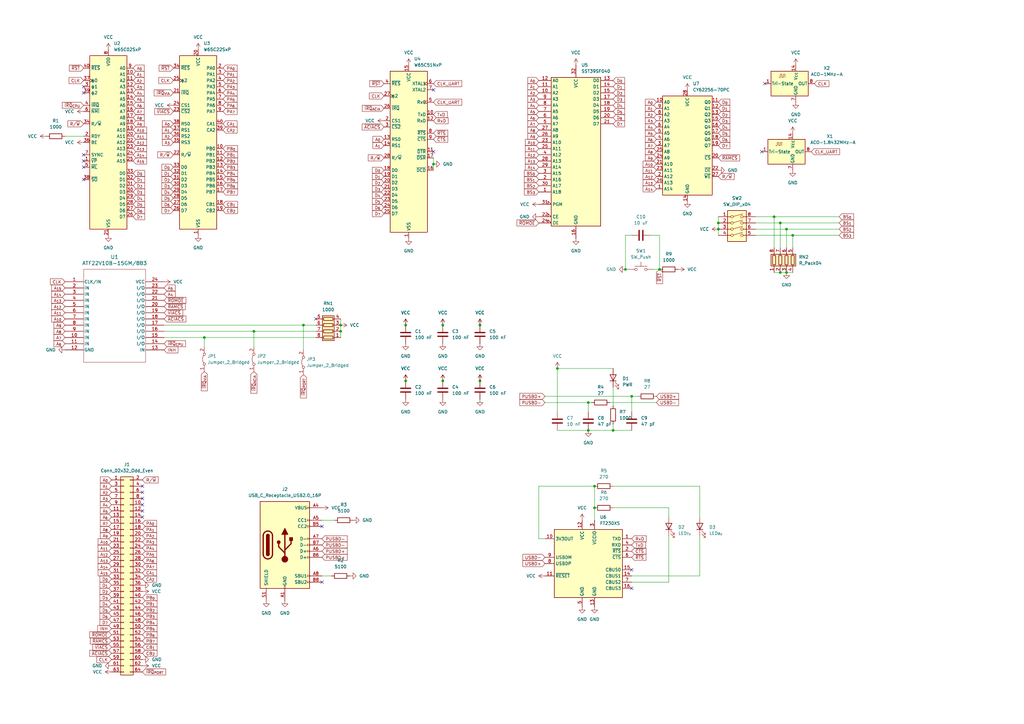
<source format=kicad_sch>
(kicad_sch (version 20230121) (generator eeschema)
  (paper "A3")
  (junction (at 104.14 135.89))
  (junction (at 320.04 111.76))
  (junction (at 139.7 133.35))
  (junction (at 241.3 165.1))
  (junction (at 294.64 91.44))
  (junction (at 317.5 88.9))
  (junction (at 251.46 176.53))
  (junction (at 196.85 156.21))
  (junction (at 196.85 133.35))
  (junction (at 228.6 151.13))
  (junction (at 294.64 93.98))
  (junction (at 177.8 67.31))
  (junction (at 322.58 93.98))
  (junction (at 124.46 133.35))
  (junction (at 320.04 91.44))
  (junction (at 139.7 135.89))
  (junction (at 270.51 110.49))
  (junction (at 241.3 176.53))
  (junction (at 322.58 111.76))
  (junction (at 243.84 208.28))
  (junction (at 166.37 156.21))
  (junction (at 181.61 156.21))
  (junction (at 83.82 138.43))
  (junction (at 256.54 110.49))
  (junction (at 243.84 199.39))
  (junction (at 166.37 133.35))
  (junction (at 259.08 162.56))
  (junction (at 325.12 96.52))
  (junction (at 181.61 133.35))
  (no_connect (at 58.42 212.09))
  (no_connect (at 129.54 130.81))
  (no_connect (at 132.08 238.76))
  (no_connect (at 34.29 68.58))
  (no_connect (at 259.08 233.68))
  (no_connect (at 259.08 241.3))
  (no_connect (at 58.42 204.47))
  (no_connect (at 177.8 62.23))
  (no_connect (at 313.69 34.29))
  (no_connect (at 58.42 199.39))
  (no_connect (at 34.29 35.56))
  (no_connect (at 58.42 207.01))
  (no_connect (at 312.42 62.23))
  (no_connect (at 58.42 209.55))
  (no_connect (at 177.8 36.83))
  (no_connect (at 58.42 201.93))
  (no_connect (at 34.29 73.66))
  (no_connect (at 34.29 38.1))
  (no_connect (at 34.29 63.5))
  (no_connect (at 132.08 215.9))
  (no_connect (at 34.29 66.04))
  (wire (pts (xy 322.58 93.98) (xy 344.17 93.98)))
  (wire (pts (xy 287.02 236.22) (xy 259.08 236.22)))
  (wire (pts (xy 294.64 93.98) (xy 294.64 96.52)))
  (wire (pts (xy 256.54 110.49) (xy 256.54 96.52)))
  (wire (pts (xy 317.5 111.76) (xy 320.04 111.76)))
  (wire (pts (xy 104.14 135.89) (xy 129.54 135.89)))
  (wire (pts (xy 228.6 176.53) (xy 241.3 176.53)))
  (wire (pts (xy 274.32 212.09) (xy 274.32 208.28)))
  (wire (pts (xy 322.58 93.98) (xy 322.58 101.6)))
  (wire (pts (xy 223.52 162.56) (xy 259.08 162.56)))
  (wire (pts (xy 259.08 162.56) (xy 259.08 168.91)))
  (wire (pts (xy 220.98 199.39) (xy 220.98 220.98)))
  (wire (pts (xy 259.08 162.56) (xy 261.62 162.56)))
  (wire (pts (xy 274.32 219.71) (xy 274.32 238.76)))
  (wire (pts (xy 317.5 88.9) (xy 344.17 88.9)))
  (wire (pts (xy 251.46 176.53) (xy 259.08 176.53)))
  (wire (pts (xy 257.81 110.49) (xy 256.54 110.49)))
  (wire (pts (xy 241.3 165.1) (xy 242.57 165.1)))
  (wire (pts (xy 243.84 208.28) (xy 243.84 199.39)))
  (wire (pts (xy 320.04 91.44) (xy 344.17 91.44)))
  (wire (pts (xy 67.31 133.35) (xy 124.46 133.35)))
  (wire (pts (xy 67.31 138.43) (xy 83.82 138.43)))
  (wire (pts (xy 124.46 133.35) (xy 124.46 143.51)))
  (wire (pts (xy 317.5 88.9) (xy 317.5 101.6)))
  (wire (pts (xy 270.51 96.52) (xy 270.51 110.49)))
  (wire (pts (xy 67.31 135.89) (xy 104.14 135.89)))
  (wire (pts (xy 294.64 91.44) (xy 294.64 93.98)))
  (wire (pts (xy 228.6 151.13) (xy 228.6 168.91)))
  (wire (pts (xy 124.46 133.35) (xy 129.54 133.35)))
  (wire (pts (xy 294.64 88.9) (xy 294.64 91.44)))
  (wire (pts (xy 139.7 135.89) (xy 139.7 138.43)))
  (wire (pts (xy 320.04 91.44) (xy 320.04 101.6)))
  (wire (pts (xy 241.3 165.1) (xy 241.3 168.91)))
  (wire (pts (xy 251.46 199.39) (xy 287.02 199.39)))
  (wire (pts (xy 251.46 173.99) (xy 251.46 176.53)))
  (wire (pts (xy 256.54 96.52) (xy 259.08 96.52)))
  (wire (pts (xy 309.88 88.9) (xy 317.5 88.9)))
  (wire (pts (xy 266.7 96.52) (xy 270.51 96.52)))
  (wire (pts (xy 309.88 96.52) (xy 325.12 96.52)))
  (wire (pts (xy 26.67 55.88) (xy 34.29 55.88)))
  (wire (pts (xy 228.6 151.13) (xy 251.46 151.13)))
  (wire (pts (xy 274.32 238.76) (xy 259.08 238.76)))
  (wire (pts (xy 287.02 199.39) (xy 287.02 212.09)))
  (wire (pts (xy 83.82 138.43) (xy 83.82 142.24)))
  (wire (pts (xy 139.7 133.35) (xy 139.7 135.89)))
  (wire (pts (xy 325.12 96.52) (xy 344.17 96.52)))
  (wire (pts (xy 241.3 176.53) (xy 251.46 176.53)))
  (wire (pts (xy 139.7 130.81) (xy 139.7 133.35)))
  (wire (pts (xy 250.19 165.1) (xy 269.24 165.1)))
  (wire (pts (xy 104.14 135.89) (xy 104.14 142.24)))
  (wire (pts (xy 243.84 213.36) (xy 243.84 208.28)))
  (wire (pts (xy 325.12 96.52) (xy 325.12 101.6)))
  (wire (pts (xy 287.02 219.71) (xy 287.02 236.22)))
  (wire (pts (xy 270.51 110.49) (xy 267.97 110.49)))
  (wire (pts (xy 132.08 236.22) (xy 135.89 236.22)))
  (wire (pts (xy 243.84 199.39) (xy 220.98 199.39)))
  (wire (pts (xy 220.98 220.98) (xy 223.52 220.98)))
  (wire (pts (xy 274.32 208.28) (xy 251.46 208.28)))
  (wire (pts (xy 251.46 158.75) (xy 251.46 166.37)))
  (wire (pts (xy 322.58 111.76) (xy 325.12 111.76)))
  (wire (pts (xy 320.04 111.76) (xy 322.58 111.76)))
  (wire (pts (xy 309.88 91.44) (xy 320.04 91.44)))
  (wire (pts (xy 83.82 138.43) (xy 129.54 138.43)))
  (wire (pts (xy 177.8 67.31) (xy 177.8 69.85)))
  (wire (pts (xy 223.52 165.1) (xy 241.3 165.1)))
  (wire (pts (xy 132.08 213.36) (xy 137.16 213.36)))
  (wire (pts (xy 177.8 64.77) (xy 177.8 67.31)))
  (wire (pts (xy 309.88 93.98) (xy 322.58 93.98)))
  (global_label "CLK" (shape input) (at 334.01 34.29 0) (property "Intersheetrefs" "${INTERSHEET_REFS}" (effects hide)))
  (global_label "D_{1}" (shape input) (at 157.48 72.39 180) (property "Intersheetrefs" "${INTERSHEET_REFS}" (effects hide)))
  (global_label "PA_{6}" (shape input) (at 91.44 43.18 0) (property "Intersheetrefs" "${INTERSHEET_REFS}" (effects hide)))
  (global_label "CB_{2}" (shape input) (at 91.44 86.36 0) (property "Intersheetrefs" "${INTERSHEET_REFS}" (effects hide)))
  (global_label "A_{13}" (shape input) (at 54.61 60.96 0) (property "Intersheetrefs" "${INTERSHEET_REFS}" (effects hide)))
  (global_label "D_{7}" (shape input) (at 157.48 87.63 180) (property "Intersheetrefs" "${INTERSHEET_REFS}" (effects hide)))
  (global_label "A_{13}" (shape input) (at 26.67 123.19 180) (property "Intersheetrefs" "${INTERSHEET_REFS}" (effects hide)))
  (global_label "A_{1}" (shape input) (at 54.61 30.48 0) (property "Intersheetrefs" "${INTERSHEET_REFS}" (effects hide)))
  (global_label "A_{4}" (shape input) (at 269.24 52.07 180) (property "Intersheetrefs" "${INTERSHEET_REFS}" (effects hide)))
  (global_label "A_{13}" (shape input) (at 220.98 66.04 180) (property "Intersheetrefs" "${INTERSHEET_REFS}" (effects hide)))
  (global_label "PA_{7}" (shape input) (at 58.42 232.41 0) (property "Intersheetrefs" "${INTERSHEET_REFS}" (effects hide)))
  (global_label "A_{11}" (shape input) (at 220.98 60.96 180) (property "Intersheetrefs" "${INTERSHEET_REFS}" (effects hide)))
  (global_label "D_{2}" (shape input) (at 45.72 242.57 180) (property "Intersheetrefs" "${INTERSHEET_REFS}" (effects hide)))
  (global_label "PB_{0}" (shape input) (at 91.44 60.96 0) (property "Intersheetrefs" "${INTERSHEET_REFS}" (effects hide)))
  (global_label "PB_{7}" (shape input) (at 91.44 78.74 0) (property "Intersheetrefs" "${INTERSHEET_REFS}" (effects hide)))
  (global_label "D_{7}" (shape input) (at 54.61 88.9 0) (property "Intersheetrefs" "${INTERSHEET_REFS}" (effects hide)))
  (global_label "A_{1}" (shape input) (at 269.24 44.45 180) (property "Intersheetrefs" "${INTERSHEET_REFS}" (effects hide)))
  (global_label "PA_{6}" (shape input) (at 58.42 229.87 0) (property "Intersheetrefs" "${INTERSHEET_REFS}" (effects hide)))
  (global_label "A_{5}" (shape input) (at 269.24 54.61 180) (property "Intersheetrefs" "${INTERSHEET_REFS}" (effects hide)))
  (global_label "~{RST}" (shape input) (at 270.51 110.49 270) (property "Intersheetrefs" "${INTERSHEET_REFS}" (effects hide)))
  (global_label "PUSBD+" (shape input) (at 223.52 162.56 180) (property "Intersheetrefs" "${INTERSHEET_REFS}" (effects hide)))
  (global_label "A_{1}" (shape input) (at 45.72 199.39 180) (property "Intersheetrefs" "${INTERSHEET_REFS}" (effects hide)))
  (global_label "D_{6}" (shape input) (at 251.46 48.26 0) (property "Intersheetrefs" "${INTERSHEET_REFS}" (effects hide)))
  (global_label "A_{11}" (shape input) (at 45.72 224.79 180) (property "Intersheetrefs" "${INTERSHEET_REFS}" (effects hide)))
  (global_label "PB_{0}" (shape input) (at 58.42 245.11 0) (property "Intersheetrefs" "${INTERSHEET_REFS}" (effects hide)))
  (global_label "D_{3}" (shape input) (at 71.12 76.2 180) (property "Intersheetrefs" "${INTERSHEET_REFS}" (effects hide)))
  (global_label "~{RAMCS}" (shape input) (at 67.31 125.73 0) (property "Intersheetrefs" "${INTERSHEET_REFS}" (effects hide)))
  (global_label "D_{0}" (shape input) (at 45.72 237.49 180) (property "Intersheetrefs" "${INTERSHEET_REFS}" (effects hide)))
  (global_label "A_{7}" (shape input) (at 54.61 45.72 0) (property "Intersheetrefs" "${INTERSHEET_REFS}" (effects hide)))
  (global_label "CLK" (shape input) (at 26.67 115.57 180) (property "Intersheetrefs" "${INTERSHEET_REFS}" (effects hide)))
  (global_label "D_{0}" (shape input) (at 251.46 33.02 0) (property "Intersheetrefs" "${INTERSHEET_REFS}" (effects hide)))
  (global_label "A_{15}" (shape input) (at 45.72 234.95 180) (property "Intersheetrefs" "${INTERSHEET_REFS}" (effects hide)))
  (global_label "CA_{1}" (shape input) (at 58.42 234.95 0) (property "Intersheetrefs" "${INTERSHEET_REFS}" (effects hide)))
  (global_label "D_{3}" (shape input) (at 45.72 245.11 180) (property "Intersheetrefs" "${INTERSHEET_REFS}" (effects hide)))
  (global_label "D_{5}" (shape input) (at 45.72 250.19 180) (property "Intersheetrefs" "${INTERSHEET_REFS}" (effects hide)))
  (global_label "D_{2}" (shape input) (at 251.46 38.1 0) (property "Intersheetrefs" "${INTERSHEET_REFS}" (effects hide)))
  (global_label "R{slash}~{W}" (shape input) (at 58.42 196.85 0) (property "Intersheetrefs" "${INTERSHEET_REFS}" (effects hide)))
  (global_label "A_{14}" (shape input) (at 220.98 68.58 180) (property "Intersheetrefs" "${INTERSHEET_REFS}" (effects hide)))
  (global_label "~{ROMOE}" (shape input) (at 67.31 123.19 0) (property "Intersheetrefs" "${INTERSHEET_REFS}" (effects hide)))
  (global_label "A_{14}" (shape input) (at 269.24 77.47 180) (property "Intersheetrefs" "${INTERSHEET_REFS}" (effects hide)))
  (global_label "D_{5}" (shape input) (at 157.48 82.55 180) (property "Intersheetrefs" "${INTERSHEET_REFS}" (effects hide)))
  (global_label "CA_{2}" (shape input) (at 91.44 53.34 0) (property "Intersheetrefs" "${INTERSHEET_REFS}" (effects hide)))
  (global_label "~{IRQ}_{PORT}" (shape input) (at 58.42 275.59 0) (property "Intersheetrefs" "${INTERSHEET_REFS}" (effects hide)))
  (global_label "D_{3}" (shape input) (at 157.48 77.47 180) (property "Intersheetrefs" "${INTERSHEET_REFS}" (effects hide)))
  (global_label "~{RST}" (shape input) (at 71.12 27.94 180) (property "Intersheetrefs" "${INTERSHEET_REFS}" (effects hide)))
  (global_label "A_{6}" (shape input) (at 26.67 140.97 180) (property "Intersheetrefs" "${INTERSHEET_REFS}" (effects hide)))
  (global_label "A_{5}" (shape input) (at 54.61 40.64 0) (property "Intersheetrefs" "${INTERSHEET_REFS}" (effects hide)))
  (global_label "D_{3}" (shape input) (at 251.46 40.64 0) (property "Intersheetrefs" "${INTERSHEET_REFS}" (effects hide)))
  (global_label "A_{9}" (shape input) (at 26.67 133.35 180) (property "Intersheetrefs" "${INTERSHEET_REFS}" (effects hide)))
  (global_label "~{IRQ}_{ACIA}" (shape input) (at 104.14 152.4 270) (property "Intersheetrefs" "${INTERSHEET_REFS}" (effects hide)))
  (global_label "~{VIACS}" (shape input) (at 67.31 128.27 0) (property "Intersheetrefs" "${INTERSHEET_REFS}" (effects hide)))
  (global_label "PB_{1}" (shape input) (at 91.44 63.5 0) (property "Intersheetrefs" "${INTERSHEET_REFS}" (effects hide)))
  (global_label "~{IRQ}_{CPU}" (shape input) (at 67.31 140.97 0) (property "Intersheetrefs" "${INTERSHEET_REFS}" (effects hide)))
  (global_label "A_{12}" (shape input) (at 269.24 72.39 180) (property "Intersheetrefs" "${INTERSHEET_REFS}" (effects hide)))
  (global_label "~{VIACS}" (shape input) (at 45.72 265.43 180) (property "Intersheetrefs" "${INTERSHEET_REFS}" (effects hide)))
  (global_label "~{RTS}" (shape input) (at 177.8 54.61 0) (property "Intersheetrefs" "${INTERSHEET_REFS}" (effects hide)))
  (global_label "PA_{7}" (shape input) (at 91.44 45.72 0) (property "Intersheetrefs" "${INTERSHEET_REFS}" (effects hide)))
  (global_label "D_{0}" (shape input) (at 157.48 69.85 180) (property "Intersheetrefs" "${INTERSHEET_REFS}" (effects hide)))
  (global_label "BS_{0}" (shape input) (at 220.98 71.12 180) (property "Intersheetrefs" "${INTERSHEET_REFS}" (effects hide)))
  (global_label "D_{4}" (shape input) (at 54.61 81.28 0) (property "Intersheetrefs" "${INTERSHEET_REFS}" (effects hide)))
  (global_label "D_{1}" (shape input) (at 294.64 44.45 0) (property "Intersheetrefs" "${INTERSHEET_REFS}" (effects hide)))
  (global_label "INH" (shape input) (at 45.72 257.81 180) (property "Intersheetrefs" "${INTERSHEET_REFS}" (effects hide)))
  (global_label "PA_{4}" (shape input) (at 91.44 38.1 0) (property "Intersheetrefs" "${INTERSHEET_REFS}" (effects hide)))
  (global_label "A_{6}" (shape input) (at 269.24 57.15 180) (property "Intersheetrefs" "${INTERSHEET_REFS}" (effects hide)))
  (global_label "USBD+" (shape input) (at 223.52 231.14 180) (property "Intersheetrefs" "${INTERSHEET_REFS}" (effects hide)))
  (global_label "TxD" (shape input) (at 259.08 223.52 0) (property "Intersheetrefs" "${INTERSHEET_REFS}" (effects hide)))
  (global_label "A_{5}" (shape input) (at 67.31 118.11 0) (property "Intersheetrefs" "${INTERSHEET_REFS}" (effects hide)))
  (global_label "~{IRQ}_{VIA}" (shape input) (at 83.82 152.4 270) (property "Intersheetrefs" "${INTERSHEET_REFS}" (effects hide)))
  (global_label "PB_{4}" (shape input) (at 91.44 71.12 0) (property "Intersheetrefs" "${INTERSHEET_REFS}" (effects hide)))
  (global_label "CB_{1}" (shape input) (at 91.44 83.82 0) (property "Intersheetrefs" "${INTERSHEET_REFS}" (effects hide)))
  (global_label "A_{3}" (shape input) (at 269.24 49.53 180) (property "Intersheetrefs" "${INTERSHEET_REFS}" (effects hide)))
  (global_label "A_{3}" (shape input) (at 45.72 204.47 180) (property "Intersheetrefs" "${INTERSHEET_REFS}" (effects hide)))
  (global_label "D_{5}" (shape input) (at 294.64 54.61 0) (property "Intersheetrefs" "${INTERSHEET_REFS}" (effects hide)))
  (global_label "A_{7}" (shape input) (at 220.98 50.8 180) (property "Intersheetrefs" "${INTERSHEET_REFS}" (effects hide)))
  (global_label "D_{6}" (shape input) (at 45.72 252.73 180) (property "Intersheetrefs" "${INTERSHEET_REFS}" (effects hide)))
  (global_label "PA_{0}" (shape input) (at 58.42 214.63 0) (property "Intersheetrefs" "${INTERSHEET_REFS}" (effects hide)))
  (global_label "A_{7}" (shape input) (at 26.67 138.43 180) (property "Intersheetrefs" "${INTERSHEET_REFS}" (effects hide)))
  (global_label "PB_{5}" (shape input) (at 91.44 73.66 0) (property "Intersheetrefs" "${INTERSHEET_REFS}" (effects hide)))
  (global_label "A_{4}" (shape input) (at 54.61 38.1 0) (property "Intersheetrefs" "${INTERSHEET_REFS}" (effects hide)))
  (global_label "A_{6}" (shape input) (at 220.98 48.26 180) (property "Intersheetrefs" "${INTERSHEET_REFS}" (effects hide)))
  (global_label "RxD" (shape input) (at 259.08 220.98 0) (property "Intersheetrefs" "${INTERSHEET_REFS}" (effects hide)))
  (global_label "A_{2}" (shape input) (at 45.72 201.93 180) (property "Intersheetrefs" "${INTERSHEET_REFS}" (effects hide)))
  (global_label "D_{5}" (shape input) (at 71.12 81.28 180) (property "Intersheetrefs" "${INTERSHEET_REFS}" (effects hide)))
  (global_label "R{slash}~{W}" (shape input) (at 157.48 64.77 180) (property "Intersheetrefs" "${INTERSHEET_REFS}" (effects hide)))
  (global_label "A_{10}" (shape input) (at 269.24 67.31 180) (property "Intersheetrefs" "${INTERSHEET_REFS}" (effects hide)))
  (global_label "A_{15}" (shape input) (at 26.67 118.11 180) (property "Intersheetrefs" "${INTERSHEET_REFS}" (effects hide)))
  (global_label "A_{0}" (shape input) (at 220.98 33.02 180) (property "Intersheetrefs" "${INTERSHEET_REFS}" (effects hide)))
  (global_label "~{VIACS}" (shape input) (at 71.12 45.72 180) (property "Intersheetrefs" "${INTERSHEET_REFS}" (effects hide)))
  (global_label "A_{0}" (shape input) (at 157.48 57.15 180) (property "Intersheetrefs" "${INTERSHEET_REFS}" (effects hide)))
  (global_label "CLK_UART" (shape input) (at 177.8 41.91 0) (property "Intersheetrefs" "${INTERSHEET_REFS}" (effects hide)))
  (global_label "PA_{0}" (shape input) (at 91.44 27.94 0) (property "Intersheetrefs" "${INTERSHEET_REFS}" (effects hide)))
  (global_label "A_{13}" (shape input) (at 45.72 229.87 180) (property "Intersheetrefs" "${INTERSHEET_REFS}" (effects hide)))
  (global_label "D_{7}" (shape input) (at 71.12 86.36 180) (property "Intersheetrefs" "${INTERSHEET_REFS}" (effects hide)))
  (global_label "D_{4}" (shape input) (at 71.12 78.74 180) (property "Intersheetrefs" "${INTERSHEET_REFS}" (effects hide)))
  (global_label "BS_{1}" (shape input) (at 220.98 73.66 180) (property "Intersheetrefs" "${INTERSHEET_REFS}" (effects hide)))
  (global_label "CA_{1}" (shape input) (at 91.44 50.8 0) (property "Intersheetrefs" "${INTERSHEET_REFS}" (effects hide)))
  (global_label "PB_{6}" (shape input) (at 91.44 76.2 0) (property "Intersheetrefs" "${INTERSHEET_REFS}" (effects hide)))
  (global_label "~{IRQ}_{PORT}" (shape input) (at 124.46 153.67 270) (property "Intersheetrefs" "${INTERSHEET_REFS}" (effects hide)))
  (global_label "A_{8}" (shape input) (at 220.98 53.34 180) (property "Intersheetrefs" "${INTERSHEET_REFS}" (effects hide)))
  (global_label "A_{8}" (shape input) (at 269.24 62.23 180) (property "Intersheetrefs" "${INTERSHEET_REFS}" (effects hide)))
  (global_label "A_{1}" (shape input) (at 71.12 53.34 180) (property "Intersheetrefs" "${INTERSHEET_REFS}" (effects hide)))
  (global_label "D_{1}" (shape input) (at 54.61 73.66 0) (property "Intersheetrefs" "${INTERSHEET_REFS}" (effects hide)))
  (global_label "BS_{3}" (shape input) (at 344.17 96.52 0) (property "Intersheetrefs" "${INTERSHEET_REFS}" (effects hide)))
  (global_label "PUSBD+" (shape input) (at 132.08 228.6 0) (property "Intersheetrefs" "${INTERSHEET_REFS}" (effects hide)))
  (global_label "A_{10}" (shape input) (at 220.98 58.42 180) (property "Intersheetrefs" "${INTERSHEET_REFS}" (effects hide)))
  (global_label "D_{4}" (shape input) (at 294.64 52.07 0) (property "Intersheetrefs" "${INTERSHEET_REFS}" (effects hide)))
  (global_label "D_{0}" (shape input) (at 71.12 68.58 180) (property "Intersheetrefs" "${INTERSHEET_REFS}" (effects hide)))
  (global_label "A_{9}" (shape input) (at 45.72 219.71 180) (property "Intersheetrefs" "${INTERSHEET_REFS}" (effects hide)))
  (global_label "~{ACIACS}" (shape input) (at 45.72 267.97 180) (property "Intersheetrefs" "${INTERSHEET_REFS}" (effects hide)))
  (global_label "BS_{0}" (shape input) (at 344.17 88.9 0) (property "Intersheetrefs" "${INTERSHEET_REFS}" (effects hide)))
  (global_label "A_{1}" (shape input) (at 220.98 35.56 180) (property "Intersheetrefs" "${INTERSHEET_REFS}" (effects hide)))
  (global_label "A_{12}" (shape input) (at 45.72 227.33 180) (property "Intersheetrefs" "${INTERSHEET_REFS}" (effects hide)))
  (global_label "A_{10}" (shape input) (at 54.61 53.34 0) (property "Intersheetrefs" "${INTERSHEET_REFS}" (effects hide)))
  (global_label "PA_{3}" (shape input) (at 91.44 35.56 0) (property "Intersheetrefs" "${INTERSHEET_REFS}" (effects hide)))
  (global_label "PA_{2}" (shape input) (at 91.44 33.02 0) (property "Intersheetrefs" "${INTERSHEET_REFS}" (effects hide)))
  (global_label "D_{4}" (shape input) (at 45.72 247.65 180) (property "Intersheetrefs" "${INTERSHEET_REFS}" (effects hide)))
  (global_label "A_{13}" (shape input) (at 269.24 74.93 180) (property "Intersheetrefs" "${INTERSHEET_REFS}" (effects hide)))
  (global_label "A_{11}" (shape input) (at 54.61 55.88 0) (property "Intersheetrefs" "${INTERSHEET_REFS}" (effects hide)))
  (global_label "PA_{1}" (shape input) (at 58.42 217.17 0) (property "Intersheetrefs" "${INTERSHEET_REFS}" (effects hide)))
  (global_label "CB_{1}" (shape input) (at 58.42 265.43 0) (property "Intersheetrefs" "${INTERSHEET_REFS}" (effects hide)))
  (global_label "~{CTS}" (shape input) (at 177.8 57.15 0) (property "Intersheetrefs" "${INTERSHEET_REFS}" (effects hide)))
  (global_label "PA_{2}" (shape input) (at 58.42 219.71 0) (property "Intersheetrefs" "${INTERSHEET_REFS}" (effects hide)))
  (global_label "~{IRQ}_{ACIA}" (shape input) (at 157.48 44.45 180) (property "Intersheetrefs" "${INTERSHEET_REFS}" (effects hide)))
  (global_label "PA_{1}" (shape input) (at 91.44 30.48 0) (property "Intersheetrefs" "${INTERSHEET_REFS}" (effects hide)))
  (global_label "A_{4}" (shape input) (at 67.31 120.65 0) (property "Intersheetrefs" "${INTERSHEET_REFS}" (effects hide)))
  (global_label "CB_{2}" (shape input) (at 58.42 267.97 0) (property "Intersheetrefs" "${INTERSHEET_REFS}" (effects hide)))
  (global_label "PB_{1}" (shape input) (at 58.42 247.65 0) (property "Intersheetrefs" "${INTERSHEET_REFS}" (effects hide)))
  (global_label "PA_{5}" (shape input) (at 58.42 227.33 0) (property "Intersheetrefs" "${INTERSHEET_REFS}" (effects hide)))
  (global_label "PUSBD-" (shape input) (at 132.08 220.98 0) (property "Intersheetrefs" "${INTERSHEET_REFS}" (effects hide)))
  (global_label "CLK" (shape input) (at 34.29 33.02 180) (property "Intersheetrefs" "${INTERSHEET_REFS}" (effects hide)))
  (global_label "A_{2}" (shape input) (at 269.24 46.99 180) (property "Intersheetrefs" "${INTERSHEET_REFS}" (effects hide)))
  (global_label "A_{6}" (shape input) (at 54.61 43.18 0) (property "Intersheetrefs" "${INTERSHEET_REFS}" (effects hide)))
  (global_label "~{ACIACS}" (shape input) (at 67.31 130.81 0) (property "Intersheetrefs" "${INTERSHEET_REFS}" (effects hide)))
  (global_label "~{IRQ}_{VIA}" (shape input) (at 71.12 38.1 180) (property "Intersheetrefs" "${INTERSHEET_REFS}" (effects hide)))
  (global_label "A_{6}" (shape input) (at 45.72 212.09 180) (property "Intersheetrefs" "${INTERSHEET_REFS}" (effects hide)))
  (global_label "A_{5}" (shape input) (at 220.98 45.72 180) (property "Intersheetrefs" "${INTERSHEET_REFS}" (effects hide)))
  (global_label "A_{11}" (shape input) (at 269.24 69.85 180) (property "Intersheetrefs" "${INTERSHEET_REFS}" (effects hide)))
  (global_label "A_{14}" (shape input) (at 54.61 63.5 0) (property "Intersheetrefs" "${INTERSHEET_REFS}" (effects hide)))
  (global_label "PB_{6}" (shape input) (at 58.42 260.35 0) (property "Intersheetrefs" "${INTERSHEET_REFS}" (effects hide)))
  (global_label "D_{5}" (shape input) (at 54.61 83.82 0) (property "Intersheetrefs" "${INTERSHEET_REFS}" (effects hide)))
  (global_label "A_{11}" (shape input) (at 26.67 128.27 180) (property "Intersheetrefs" "${INTERSHEET_REFS}" (effects hide)))
  (global_label "A_{2}" (shape input) (at 71.12 55.88 180) (property "Intersheetrefs" "${INTERSHEET_REFS}" (effects hide)))
  (global_label "A_{0}" (shape input) (at 269.24 41.91 180) (property "Intersheetrefs" "${INTERSHEET_REFS}" (effects hide)))
  (global_label "A_{3}" (shape input) (at 54.61 35.56 0) (property "Intersheetrefs" "${INTERSHEET_REFS}" (effects hide)))
  (global_label "PA_{5}" (shape input) (at 91.44 40.64 0) (property "Intersheetrefs" "${INTERSHEET_REFS}" (effects hide)))
  (global_label "~{ROMOE}" (shape input) (at 220.98 91.44 180) (property "Intersheetrefs" "${INTERSHEET_REFS}" (effects hide)))
  (global_label "PB_{3}" (shape input) (at 58.42 252.73 0) (property "Intersheetrefs" "${INTERSHEET_REFS}" (effects hide)))
  (global_label "D_{0}" (shape input) (at 54.61 71.12 0) (property "Intersheetrefs" "${INTERSHEET_REFS}" (effects hide)))
  (global_label "USBD-" (shape input) (at 269.24 165.1 0) (property "Intersheetrefs" "${INTERSHEET_REFS}" (effects hide)))
  (global_label "D_{2}" (shape input) (at 54.61 76.2 0) (property "Intersheetrefs" "${INTERSHEET_REFS}" (effects hide)))
  (global_label "D_{7}" (shape input) (at 45.72 255.27 180) (property "Intersheetrefs" "${INTERSHEET_REFS}" (effects hide)))
  (global_label "A_{8}" (shape input) (at 45.72 217.17 180) (property "Intersheetrefs" "${INTERSHEET_REFS}" (effects hide)))
  (global_label "A_{15}" (shape input) (at 54.61 66.04 0) (property "Intersheetrefs" "${INTERSHEET_REFS}" (effects hide)))
  (global_label "RxD" (shape input) (at 177.8 49.53 0) (property "Intersheetrefs" "${INTERSHEET_REFS}" (effects hide)))
  (global_label "D_{0}" (shape input) (at 294.64 41.91 0) (property "Intersheetrefs" "${INTERSHEET_REFS}" (effects hide)))
  (global_label "D_{6}" (shape input) (at 71.12 83.82 180) (property "Intersheetrefs" "${INTERSHEET_REFS}" (effects hide)))
  (global_label "~{RAMCS}" (shape input) (at 294.64 64.77 0) (property "Intersheetrefs" "${INTERSHEET_REFS}" (effects hide)))
  (global_label "CLK_UART" (shape input) (at 332.74 62.23 0) (property "Intersheetrefs" "${INTERSHEET_REFS}" (effects hide)))
  (global_label "D_{3}" (shape input) (at 294.64 49.53 0) (property "Intersheetrefs" "${INTERSHEET_REFS}" (effects hide)))
  (global_label "PUSBD+" (shape input) (at 132.08 226.06 0) (property "Intersheetrefs" "${INTERSHEET_REFS}" (effects hide)))
  (global_label "PUSBD-" (shape input) (at 132.08 223.52 0) (property "Intersheetrefs" "${INTERSHEET_REFS}" (effects hide)))
  (global_label "USBD+" (shape input) (at 269.24 162.56 0) (property "Intersheetrefs" "${INTERSHEET_REFS}" (effects hide)))
  (global_label "~{RST}" (shape input) (at 157.48 34.29 180) (property "Intersheetrefs" "${INTERSHEET_REFS}" (effects hide)))
  (global_label "A_{8}" (shape input) (at 54.61 48.26 0) (property "Intersheetrefs" "${INTERSHEET_REFS}" (effects hide)))
  (global_label "A_{9}" (shape input) (at 269.24 64.77 180) (property "Intersheetrefs" "${INTERSHEET_REFS}" (effects hide)))
  (global_label "A_{5}" (shape input) (at 45.72 209.55 180) (property "Intersheetrefs" "${INTERSHEET_REFS}" (effects hide)))
  (global_label "D_{2}" (shape input) (at 294.64 46.99 0) (property "Intersheetrefs" "${INTERSHEET_REFS}" (effects hide)))
  (global_label "BS_{1}" (shape input) (at 344.17 91.44 0) (property "Intersheetrefs" "${INTERSHEET_REFS}" (effects hide)))
  (global_label "A_{2}" (shape input) (at 54.61 33.02 0) (property "Intersheetrefs" "${INTERSHEET_REFS}" (effects hide)))
  (global_label "A_{0}" (shape input) (at 45.72 196.85 180) (property "Intersheetrefs" "${INTERSHEET_REFS}" (effects hide)))
  (global_label "A_{7}" (shape input) (at 45.72 214.63 180) (property "Intersheetrefs" "${INTERSHEET_REFS}" (effects hide)))
  (global_label "R{slash}~{W}" (shape input) (at 71.12 63.5 180) (property "Intersheetrefs" "${INTERSHEET_REFS}" (effects hide)))
  (global_label "A_{4}" (shape input) (at 45.72 207.01 180) (property "Intersheetrefs" "${INTERSHEET_REFS}" (effects hide)))
  (global_label "CLK" (shape input) (at 45.72 270.51 180) (property "Intersheetrefs" "${INTERSHEET_REFS}" (effects hide)))
  (global_label "A_{3}" (shape input) (at 220.98 40.64 180) (property "Intersheetrefs" "${INTERSHEET_REFS}" (effects hide)))
  (global_label "D_{2}" (shape input) (at 157.48 74.93 180) (property "Intersheetrefs" "${INTERSHEET_REFS}" (effects hide)))
  (global_label "D_{3}" (shape input) (at 54.61 78.74 0) (property "Intersheetrefs" "${INTERSHEET_REFS}" (effects hide)))
  (global_label "PB_{4}" (shape input) (at 58.42 255.27 0) (property "Intersheetrefs" "${INTERSHEET_REFS}" (effects hide)))
  (global_label "A_{0}" (shape input) (at 71.12 50.8 180) (property "Intersheetrefs" "${INTERSHEET_REFS}" (effects hide)))
  (global_label "D_{2}" (shape input) (at 71.12 73.66 180) (property "Intersheetrefs" "${INTERSHEET_REFS}" (effects hide)))
  (global_label "PA_{3}" (shape input) (at 58.42 222.25 0) (property "Intersheetrefs" "${INTERSHEET_REFS}" (effects hide)))
  (global_label "D_{4}" (shape input) (at 157.48 80.01 180) (property "Intersheetrefs" "${INTERSHEET_REFS}" (effects hide)))
  (global_label "A_{9}" (shape input) (at 220.98 55.88 180) (property "Intersheetrefs" "${INTERSHEET_REFS}" (effects hide)))
  (global_label "A_{14}" (shape input) (at 26.67 120.65 180) (property "Intersheetrefs" "${INTERSHEET_REFS}" (effects hide)))
  (global_label "A_{14}" (shape input) (at 45.72 232.41 180) (property "Intersheetrefs" "${INTERSHEET_REFS}" (effects hide)))
  (global_label "A_{12}" (shape input) (at 54.61 58.42 0) (property "Intersheetrefs" "${INTERSHEET_REFS}" (effects hide)))
  (global_label "D_{1}" (shape input) (at 45.72 240.03 180) (property "Intersheetrefs" "${INTERSHEET_REFS}" (effects hide)))
  (global_label "CLK" (shape input) (at 157.48 39.37 180) (property "Intersheetrefs" "${INTERSHEET_REFS}" (effects hide)))
  (global_label "~{RST}" (shape input) (at 34.29 27.94 180) (property "Intersheetrefs" "${INTERSHEET_REFS}" (effects hide)))
  (global_label "TxD" (shape input) (at 177.8 46.99 0) (property "Intersheetrefs" "${INTERSHEET_REFS}" (effects hide)))
  (global_label "BS_{2}" (shape input) (at 220.98 76.2 180) (property "Intersheetrefs" "${INTERSHEET_REFS}" (effects hide)))
  (global_label "~{RAMCS}" (shape input) (at 45.72 262.89 180) (property "Intersheetrefs" "${INTERSHEET_REFS}" (effects hide)))
  (global_label "~{ROMOE}" (shape input) (at 45.72 260.35 180) (property "Intersheetrefs" "${INTERSHEET_REFS}" (effects hide)))
  (global_label "A_{3}" (shape input) (at 71.12 58.42 180) (property "Intersheetrefs" "${INTERSHEET_REFS}" (effects hide)))
  (global_label "A_{0}" (shape input) (at 54.61 27.94 0) (property "Intersheetrefs" "${INTERSHEET_REFS}" (effects hide)))
  (global_label "D_{7}" (shape input) (at 294.64 59.69 0) (property "Intersheetrefs" "${INTERSHEET_REFS}" (effects hide)))
  (global_label "A_{12}" (shape input) (at 220.98 63.5 180) (property "Intersheetrefs" "${INTERSHEET_REFS}" (effects hide)))
  (global_label "CA_{2}" (shape input) (at 58.42 237.49 0) (property "Intersheetrefs" "${INTERSHEET_REFS}" (effects hide)))
  (global_label "D_{6}" (shape input) (at 294.64 57.15 0) (property "Intersheetrefs" "${INTERSHEET_REFS}" (effects hide)))
  (global_label "PUSBD-" (shape input) (at 223.52 165.1 180) (property "Intersheetrefs" "${INTERSHEET_REFS}" (effects hide)))
  (global_label "D_{7}" (shape input) (at 251.46 50.8 0) (property "Intersheetrefs" "${INTERSHEET_REFS}" (effects hide)))
  (global_label "CLK" (shape input) (at 71.12 33.02 180) (property "Intersheetrefs" "${INTERSHEET_REFS}" (effects hide)))
  (global_label "D_{4}" (shape input) (at 251.46 43.18 0) (property "Intersheetrefs" "${INTERSHEET_REFS}" (effects hide)))
  (global_label "~{IRQ}_{CPU}" (shape input) (at 34.29 43.18 180) (property "Intersheetrefs" "${INTERSHEET_REFS}" (effects hide)))
  (global_label "PB_{5}" (shape input) (at 58.42 257.81 0) (property "Intersheetrefs" "${INTERSHEET_REFS}" (effects hide)))
  (global_label "~{CTS}" (shape input) (at 259.08 226.06 0) (property "Intersheetrefs" "${INTERSHEET_REFS}" (effects hide)))
  (global_label "D_{5}" (shape input) (at 251.46 45.72 0) (property "Intersheetrefs" "${INTERSHEET_REFS}" (effects hide)))
  (global_label "PB_{3}" (shape input) (at 91.44 68.58 0) (property "Intersheetrefs" "${INTERSHEET_REFS}" (effects hide)))
  (global_label "INH" (shape input) (at 67.31 143.51 0) (property "Intersheetrefs" "${INTERSHEET_REFS}" (effects hide)))
  (global_label "D_{6}" (shape input) (at 54.61 86.36 0) (property "Intersheetrefs" "${INTERSHEET_REFS}" (effects hide)))
  (global_label "PB_{2}" (shape input) (at 91.44 66.04 0) (property "Intersheetrefs" "${INTERSHEET_REFS}" (effects hide)))
  (global_label "USBD-" (shape input) (at 223.52 228.6 180) (property "Intersheetrefs" "${INTERSHEET_REFS}" (effects hide)))
  (global_label "A_{10}" (shape input) (at 26.67 130.81 180) (property "Intersheetrefs" "${INTERSHEET_REFS}" (effects hide)))
  (global_label "CLK_UART" (shape input) (at 177.8 34.29 0) (property "Intersheetrefs" "${INTERSHEET_REFS}" (effects hide)))
  (global_label "A_{9}" (shape input) (at 54.61 50.8 0) (property "Intersheetrefs" "${INTERSHEET_REFS}" (effects hide)))
  (global_label "A_{12}" (shape input) (at 26.67 125.73 180) (property "Intersheetrefs" "${INTERSHEET_REFS}" (effects hide)))
  (global_label "A_{7}" (shape input) (at 269.24 59.69 180) (property "Intersheetrefs" "${INTERSHEET_REFS}" (effects hide)))
  (global_label "D_{1}" (shape input) (at 251.46 35.56 0) (property "Intersheetrefs" "${INTERSHEET_REFS}" (effects hide)))
  (global_label "BS_{2}" (shape input) (at 344.17 93.98 0) (property "Intersheetrefs" "${INTERSHEET_REFS}" (effects hide)))
  (global_label "A_{10}" (shape input) (at 45.72 222.25 180) (property "Intersheetrefs" "${INTERSHEET_REFS}" (effects hide)))
  (global_label "~{ACIACS}" (shape input) (at 157.48 52.07 180) (property "Intersheetrefs" "${INTERSHEET_REFS}" (effects hide)))
  (global_label "A_{4}" (shape input) (at 220.98 43.18 180) (property "Intersheetrefs" "${INTERSHEET_REFS}" (effects hide)))
  (global_label "D_{6}" (shape input) (at 157.48 85.09 180) (property "Intersheetrefs" "${INTERSHEET_REFS}" (effects hide)))
  (global_label "~{RTS}" (shape input) (at 259.08 228.6 0) (property "Intersheetrefs" "${INTERSHEET_REFS}" (effects hide)))
  (global_label "PA_{4}" (shape input) (at 58.42 224.79 0) (property "Intersheetrefs" "${INTERSHEET_REFS}" (effects hide)))
  (global_label "BS_{3}" (shape input) (at 220.98 78.74 180) (property "Intersheetrefs" "${INTERSHEET_REFS}" (effects hide)))
  (global_label "A_{8}" (shape input) (at 26.67 135.89 180) (property "Intersheetrefs" "${INTERSHEET_REFS}" (effects hide)))
  (global_label "A_{2}" (shape input) (at 220.98 38.1 180) (property "Intersheetrefs" "${INTERSHEET_REFS}" (effects hide)))
  (global_label "R{slash}~{W}" (shape input) (at 34.29 50.8 180) (property "Intersheetrefs" "${INTERSHEET_REFS}" (effects hide)))
  (global_label "PB_{7}" (shape input) (at 58.42 262.89 0) (property "Intersheetrefs" "${INTERSHEET_REFS}" (effects hide)))
  (global_label "R{slash}~{W}" (shape input) (at 294.64 72.39 0) (property "Intersheetrefs" "${INTERSHEET_REFS}" (effects hide)))
  (global_label "D_{1}" (shape input) (at 71.12 71.12 180) (property "Intersheetrefs" "${INTERSHEET_REFS}" (effects hide)))
  (global_label "A_{1}" (shape input) (at 157.48 59.69 180) (property "Intersheetrefs" "${INTERSHEET_REFS}" (effects hide)))
  (global_label "PB_{2}" (shape input) (at 58.42 250.19 0) (property "Intersheetrefs" "${INTERSHEET_REFS}" (effects hide)))
  (symbol (lib_id "power:VCC") (at 45.72 275.59 90) (unit 1)
    (property "Reference" "#PWR08" (effects hide))
    (property "Value" "VCC" (at 41.91 275.59 90) (effects (justify left)))
  )
  (symbol (lib_id "power:VCC") (at 157.48 49.53 90) (unit 1)
    (property "Reference" "#PWR023" (effects hide))
    (property "Value" "VCC" (at 153.67 49.53 90) (effects (justify left)))
  )
  (symbol (lib_id "power:VCC") (at 181.61 156.21 0) (unit 1)
    (property "Reference" "#PWR036" (effects hide))
    (property "Value" "VCC" (at 181.61 151.13 0))
  )
  (symbol (lib_id "Memory_RAM:CY62256-70PC") (at 281.94 59.69 0) (unit 1)
    (property "Reference" "U7" (at 284.1341 34.29 0) (effects (justify left)))
    (property "Value" "CY62256-70PC" (at 284.1341 36.83 0) (effects (justify left)))
    (property "Footprint" "Package_DIP:DIP-28_W15.24mm" (effects hide))
    (property "Datasheet" "https://ecee.colorado.edu/~mcclurel/Cypress_SRAM_CY62256.pdf" (effects hide))
  )
  (symbol (lib_id "power:VCC") (at 196.85 156.21 0) (unit 1)
    (property "Reference" "#PWR042" (effects hide))
    (property "Value" "VCC" (at 196.85 151.13 0))
  )
  (symbol (lib_id "Jumper:Jumper_2_Bridged") (at 83.82 147.32 90) (unit 1)
    (property "Reference" "JP1" (at 85.09 146.05 90) (effects (justify right)))
    (property "Value" "Jumper_2_Bridged" (at 85.09 148.59 90) (effects (justify right)))
    (property "Footprint" "Connector_PinHeader_2.54mm:PinHeader_1x02_P2.54mm_Vertical" (effects hide))
  )
  (symbol (lib_id "power:GND") (at 294.64 69.85 90) (unit 1)
    (property "Reference" "#PWR059" (effects hide))
    (property "Value" "GND" (at 298.45 69.85 90) (effects (justify right)))
  )
  (symbol (lib_id "Device:C") (at 196.85 160.02 0) (unit 1)
    (property "Reference" "C6" (at 200.66 158.75 0) (effects (justify left)))
    (property "Value" "100 nF" (at 200.66 161.29 0) (effects (justify left)))
    (property "Footprint" "Capacitor_SMD:C_1206_3216Metric" (effects hide))
  )
  (symbol (lib_id "Device:R") (at 274.32 110.49 90) (unit 1)
    (property "Reference" "R9" (at 274.32 104.14 90))
    (property "Value" "1000" (at 274.32 106.68 90))
    (property "Footprint" "Resistor_SMD:R_1206_3216Metric" (effects hide))
  )
  (symbol (lib_id "power:VCC") (at 166.37 133.35 0) (unit 1)
    (property "Reference" "#PWR024" (effects hide))
    (property "Value" "VCC" (at 166.37 128.27 0))
  )
  (symbol (lib_id "Device:C") (at 166.37 160.02 0) (unit 1)
    (property "Reference" "C2" (at 170.18 158.75 0) (effects (justify left)))
    (property "Value" "100 nF" (at 170.18 161.29 0) (effects (justify left)))
    (property "Footprint" "Capacitor_SMD:C_1206_3216Metric" (effects hide))
  )
  (symbol (lib_id "Device:R") (at 251.46 170.18 180) (unit 1)
    (property "Reference" "R7" (at 254 168.91 0) (effects (justify right)))
    (property "Value" "1000" (at 254 171.45 0) (effects (justify right)))
    (property "Footprint" "Resistor_SMD:R_1206_3216Metric" (effects hide))
  )
  (symbol (lib_id "Device:R") (at 140.97 213.36 90) (unit 1)
    (property "Reference" "R3" (at 140.97 207.01 90))
    (property "Value" "5100" (at 140.97 209.55 90))
    (property "Footprint" "Resistor_SMD:R_1206_3216Metric" (effects hide))
  )
  (symbol (lib_id "power:GND") (at 243.84 248.92 0) (unit 1)
    (property "Reference" "#PWR054" (effects hide))
    (property "Value" "GND" (at 243.84 254 0))
  )
  (symbol (lib_id "power:VCC") (at 132.08 208.28 270) (unit 1)
    (property "Reference" "#PWR019" (effects hide))
    (property "Value" "VCC" (at 135.89 208.28 90) (effects (justify left)))
  )
  (symbol (lib_id "Device:LED") (at 287.02 215.9 90) (unit 1)
    (property "Reference" "D3" (at 290.83 216.2175 90) (effects (justify right)))
    (property "Value" "LED_{Rx}" (at 290.83 218.7575 90) (effects (justify right)))
    (property "Footprint" "LED_SMD:LED_1206_3216Metric" (effects hide))
  )
  (symbol (lib_id "power:VCC") (at 19.05 55.88 90) (unit 1)
    (property "Reference" "#PWR01" (effects hide))
    (property "Value" "VCC" (at 15.24 55.88 90) (effects (justify left)))
  )
  (symbol (lib_id "Switch:SW_Push") (at 262.89 110.49 0) (unit 1)
    (property "Reference" "SW1" (at 262.89 102.87 0))
    (property "Value" "SW_Push" (at 262.89 105.41 0))
    (property "Footprint" "Button_Switch_SMD:SW_SPST_EVQPE1" (effects hide))
  )
  (symbol (lib_id "Jumper:Jumper_2_Bridged") (at 104.14 147.32 90) (unit 1)
    (property "Reference" "JP2" (at 105.41 146.05 90) (effects (justify right)))
    (property "Value" "Jumper_2_Bridged" (at 105.41 148.59 90) (effects (justify right)))
    (property "Footprint" "Connector_PinHeader_2.54mm:PinHeader_1x02_P2.54mm_Vertical" (effects hide))
  )
  (symbol (lib_id "power:GND") (at 281.94 82.55 0) (unit 1)
    (property "Reference" "#PWR058" (effects hide))
    (property "Value" "GND" (at 281.94 87.63 0))
  )
  (symbol (lib_id "power:VCC") (at 181.61 133.35 0) (unit 1)
    (property "Reference" "#PWR033" (effects hide))
    (property "Value" "VCC" (at 181.61 128.27 0))
  )
  (symbol (lib_id "power:VCC") (at 44.45 20.32 0) (unit 1)
    (property "Reference" "#PWR05" (effects hide))
    (property "Value" "VCC" (at 44.45 15.24 0))
  )
  (symbol (lib_id "power:VCC") (at 181.61 133.35 0) (unit 1)
    (property "Reference" "#PWR034" (effects hide))
    (property "Value" "VCC" (at 181.61 128.27 0))
  )
  (symbol (lib_id "power:VCC") (at 71.12 43.18 90) (unit 1)
    (property "Reference" "#PWR014" (effects hide))
    (property "Value" "VCC" (at 67.31 43.18 90) (effects (justify left)))
  )
  (symbol (lib_id "Device:R") (at 139.7 236.22 90) (unit 1)
    (property "Reference" "R2" (at 139.7 229.87 90))
    (property "Value" "5100" (at 139.7 232.41 90))
    (property "Footprint" "Resistor_SMD:R_1206_3216Metric" (effects hide))
  )
  (symbol (lib_id "Device:C") (at 196.85 137.16 0) (unit 1)
    (property "Reference" "C5" (at 200.66 135.89 0) (effects (justify left)))
    (property "Value" "100 nF" (at 200.66 138.43 0) (effects (justify left)))
    (property "Footprint" "Capacitor_SMD:C_1206_3216Metric" (effects hide))
  )
  (symbol (lib_id "power:VCC") (at 166.37 156.21 0) (unit 1)
    (property "Reference" "#PWR027" (effects hide))
    (property "Value" "VCC" (at 166.37 151.13 0))
  )
  (symbol (lib_id "power:GND") (at 181.61 163.83 0) (unit 1)
    (property "Reference" "#PWR038" (effects hide))
    (property "Value" "GND" (at 181.61 168.91 0))
  )
  (symbol (lib_id "power:GND") (at 236.22 97.79 0) (unit 1)
    (property "Reference" "#PWR050" (effects hide))
    (property "Value" "GND" (at 236.22 102.87 0))
  )
  (symbol (lib_id "power:VCC") (at 223.52 236.22 90) (unit 1)
    (property "Reference" "#PWR047" (effects hide))
    (property "Value" "VCC" (at 219.71 236.22 90) (effects (justify left)))
  )
  (symbol (lib_id "power:VCC") (at 166.37 156.21 0) (unit 1)
    (property "Reference" "#PWR028" (effects hide))
    (property "Value" "VCC" (at 166.37 151.13 0))
  )
  (symbol (lib_id "Device:R") (at 22.86 55.88 90) (unit 1)
    (property "Reference" "R1" (at 22.86 49.53 90))
    (property "Value" "1000" (at 22.86 52.07 90))
    (property "Footprint" "Resistor_SMD:R_1206_3216Metric" (effects hide))
  )
  (symbol (lib_id "Device:R_Pack04") (at 134.62 133.35 90) (unit 1)
    (property "Reference" "RN1" (at 134.62 124.46 90))
    (property "Value" "1000" (at 134.62 127 90))
    (property "Footprint" "Resistor_SMD:R_Array_Convex_4x1206" (effects hide))
  )
  (symbol (lib_id "PCM_65xx-library:W65C22SxP") (at 81.28 58.42 0) (unit 1)
    (property "Reference" "U3" (at 83.4741 17.78 0) (effects (justify left)))
    (property "Value" "W65C22SxP" (at 83.4741 20.32 0) (effects (justify left)))
    (property "Footprint" "Package_DIP:DIP-40_W15.24mm" (effects hide))
    (property "Datasheet" "http://www.westerndesigncenter.com/wdc/documentation/w65c22.pdf" (effects hide))
  )
  (symbol (lib_id "Device:R_Pack04") (at 322.58 106.68 0) (unit 1)
    (property "Reference" "RN2" (at 327.66 105.41 0) (effects (justify left)))
    (property "Value" "R_Pack04" (at 327.66 107.95 0) (effects (justify left)))
    (property "Footprint" "Resistor_SMD:R_Array_Convex_4x1206" (effects hide))
  )
  (symbol (lib_id "power:VCC") (at 139.7 133.35 270) (unit 1)
    (property "Reference" "#PWR020" (effects hide))
    (property "Value" "VCC" (at 143.51 133.35 90) (effects (justify left)))
  )
  (symbol (lib_id "power:GND") (at 44.45 96.52 0) (unit 1)
    (property "Reference" "#PWR06" (effects hide))
    (property "Value" "GND" (at 44.45 101.6 0))
  )
  (symbol (lib_id "power:VCC") (at 238.76 213.36 0) (unit 1)
    (property "Reference" "#PWR051" (effects hide))
    (property "Value" "VCC" (at 238.76 208.28 0))
  )
  (symbol (lib_id "power:GND") (at 326.39 41.91 0) (unit 1)
    (property "Reference" "#PWR065" (effects hide))
    (property "Value" "GND" (at 326.39 46.99 0))
  )
  (symbol (lib_id "power:VCC") (at 281.94 36.83 0) (unit 1)
    (property "Reference" "#PWR057" (effects hide))
    (property "Value" "VCC" (at 281.94 31.75 0))
  )
  (symbol (lib_id "Oscillator:ACO-xxxMHz-A") (at 326.39 34.29 0) (unit 1)
    (property "Reference" "X2" (at 339.09 27.94 0))
    (property "Value" "ACO-1MHz-A" (at 339.09 30.48 0))
    (property "Footprint" "Oscillator:Oscillator_DIP-14" (effects hide))
    (property "Datasheet" "http://www.conwin.com/datasheets/cx/cx030.pdf" (effects hide))
  )
  (symbol (lib_id "Device:C") (at 262.89 96.52 90) (unit 1)
    (property "Reference" "C10" (at 262.89 88.9 90))
    (property "Value" "10 uF" (at 262.89 91.44 90))
    (property "Footprint" "Capacitor_SMD:C_1206_3216Metric" (effects hide))
  )
  (symbol (lib_id "power:GND") (at 325.12 69.85 0) (unit 1)
    (property "Reference" "#PWR063" (effects hide))
    (property "Value" "GND" (at 325.12 74.93 0))
  )
  (symbol (lib_id "Connector:USB_C_Receptacle_USB2.0_16P") (at 116.84 223.52 0) (unit 1)
    (property "Reference" "J2" (at 116.84 200.66 0))
    (property "Value" "USB_C_Receptacle_USB2.0_16P" (at 116.84 203.2 0))
    (property "Footprint" "Connector_USB:USB_C_Receptacle_GCT_USB4105-xx-A_16P_TopMnt_Horizontal" (effects hide))
    (property "Datasheet" "https://www.usb.org/sites/default/files/documents/usb_type-c.zip" (effects hide))
  )
  (symbol (lib_id "Device:C") (at 166.37 137.16 0) (unit 1)
    (property "Reference" "C1" (at 170.18 135.89 0) (effects (justify left)))
    (property "Value" "100 nF" (at 170.18 138.43 0) (effects (justify left)))
    (property "Footprint" "Capacitor_SMD:C_1206_3216Metric" (effects hide))
  )
  (symbol (lib_id "Device:C") (at 181.61 137.16 0) (unit 1)
    (property "Reference" "C3" (at 185.42 135.89 0) (effects (justify left)))
    (property "Value" "100 nF" (at 185.42 138.43 0) (effects (justify left)))
    (property "Footprint" "Capacitor_SMD:C_1206_3216Metric" (effects hide))
  )
  (symbol (lib_id "ATF22V10:ATF22V10B-15GM_883") (at 26.67 115.57 0) (unit 1)
    (property "Reference" "U1" (at 46.99 105.41 0) (effects (font (size 1.524 1.524))))
    (property "Value" "ATF22V10B-15GM/883" (at 46.99 107.95 0) (effects (font (size 1.524 1.524))))
    (property "Footprint" "Package_DIP:DIP-24_W10.16mm" (effects hide))
    (property "Datasheet" "ATF22V10B-15GM/883" (effects hide))
  )
  (symbol (lib_id "power:GND") (at 81.28 96.52 0) (unit 1)
    (property "Reference" "#PWR016" (effects hide))
    (property "Value" "GND" (at 81.28 101.6 0))
  )
  (symbol (lib_id "power:VCC") (at 220.98 83.82 90) (unit 1)
    (property "Reference" "#PWR045" (effects hide))
    (property "Value" "VCC" (at 217.17 83.82 90) (effects (justify left)))
  )
  (symbol (lib_id "power:GND") (at 238.76 248.92 0) (unit 1)
    (property "Reference" "#PWR052" (effects hide))
    (property "Value" "GND" (at 238.76 254 0))
  )
  (symbol (lib_id "power:VCC") (at 34.29 58.42 90) (unit 1)
    (property "Reference" "#PWR04" (effects hide))
    (property "Value" "VCC" (at 30.48 58.42 90) (effects (justify left)))
  )
  (symbol (lib_id "Device:C") (at 259.08 172.72 0) (unit 1)
    (property "Reference" "C9" (at 262.89 171.45 0) (effects (justify left)))
    (property "Value" "47 pF" (at 262.89 173.99 0) (effects (justify left)))
    (property "Footprint" "Capacitor_SMD:C_1206_3216Metric" (effects hide))
  )
  (symbol (lib_id "Device:R") (at 265.43 162.56 90) (unit 1)
    (property "Reference" "R8" (at 265.43 156.21 90))
    (property "Value" "27" (at 265.43 158.75 90))
    (property "Footprint" "Resistor_SMD:R_1206_3216Metric" (effects hide))
  )
  (symbol (lib_id "power:GND") (at 322.58 111.76 0) (unit 1)
    (property "Reference" "#PWR061" (effects hide))
    (property "Value" "GND" (at 322.58 116.84 0))
  )
  (symbol (lib_id "Device:R") (at 247.65 208.28 90) (unit 1)
    (property "Reference" "R6" (at 247.65 201.93 90))
    (property "Value" "270" (at 247.65 204.47 90))
    (property "Footprint" "Resistor_SMD:R_1206_3216Metric" (effects hide))
  )
  (symbol (lib_id "power:VCC") (at 228.6 151.13 0) (unit 1)
    (property "Reference" "#PWR048" (effects hide))
    (property "Value" "VCC" (at 228.6 146.05 0))
  )
  (symbol (lib_id "Device:R") (at 247.65 199.39 90) (unit 1)
    (property "Reference" "R5" (at 247.65 193.04 90))
    (property "Value" "270" (at 247.65 195.58 90))
    (property "Footprint" "Resistor_SMD:R_1206_3216Metric" (effects hide))
  )
  (symbol (lib_id "power:VCC") (at 326.39 26.67 0) (unit 1)
    (property "Reference" "#PWR064" (effects hide))
    (property "Value" "VCC" (at 326.39 21.59 0))
  )
  (symbol (lib_id "Oscillator:ACO-xxxMHz-A") (at 325.12 62.23 0) (unit 1)
    (property "Reference" "X1" (at 340.36 55.88 0))
    (property "Value" "ACO-1.8432MHz-A" (at 341.63 58.42 0))
    (property "Footprint" "Oscillator:Oscillator_DIP-14" (effects hide))
    (property "Datasheet" "http://www.conwin.com/datasheets/cx/cx030.pdf" (effects hide))
  )
  (symbol (lib_id "PCM_65xx-library:W65C51NxP") (at 167.64 62.23 0) (unit 1)
    (property "Reference" "U4" (at 169.8341 24.13 0) (effects (justify left)))
    (property "Value" "W65C51NxP" (at 169.8341 26.67 0) (effects (justify left)))
    (property "Footprint" "Package_DIP:DIP-28_W15.24mm" (effects hide))
    (property "Datasheet" "http://www.westerndesigncenter.com/wdc/documentation/w65c51n.pdf" (effects hide))
  )
  (symbol (lib_id "power:GND") (at 220.98 88.9 270) (unit 1)
    (property "Reference" "#PWR046" (effects hide))
    (property "Value" "GND" (at 217.17 88.9 90) (effects (justify right)))
  )
  (symbol (lib_id "power:GND") (at 45.72 273.05 270) (unit 1)
    (property "Reference" "#PWR07" (effects hide))
    (property "Value" "GND" (at 41.91 273.05 90) (effects (justify right)))
  )
  (symbol (lib_id "power:GND") (at 241.3 176.53 0) (unit 1)
    (property "Reference" "#PWR053" (effects hide))
    (property "Value" "GND" (at 241.3 181.61 0))
  )
  (symbol (lib_id "power:GND") (at 166.37 163.83 0) (unit 1)
    (property "Reference" "#PWR029" (effects hide))
    (property "Value" "GND" (at 166.37 168.91 0))
  )
  (symbol (lib_id "power:GND") (at 109.22 246.38 0) (unit 1)
    (property "Reference" "#PWR017" (effects hide))
    (property "Value" "GND" (at 109.22 251.46 0))
  )
  (symbol (lib_id "power:VCC") (at 67.31 115.57 270) (unit 1)
    (property "Reference" "#PWR013" (effects hide))
    (property "Value" "VCC" (at 71.12 115.57 90) (effects (justify left)))
  )
  (symbol (lib_id "power:GND") (at 167.64 97.79 0) (unit 1)
    (property "Reference" "#PWR031" (effects hide))
    (property "Value" "GND" (at 167.64 102.87 0))
  )
  (symbol (lib_id "PCM_65xx-library:W65C02SxP") (at 44.45 58.42 0) (unit 1)
    (property "Reference" "U2" (at 46.6441 17.78 0) (effects (justify left)))
    (property "Value" "W65C02SxP" (at 46.6441 20.32 0) (effects (justify left)))
    (property "Footprint" "Package_DIP:DIP-40_W15.24mm" (effects hide))
    (property "Datasheet" "http://www.westerndesigncenter.com/wdc/documentation/w65c02s.pdf" (effects hide))
  )
  (symbol (lib_id "Memory_Flash:SST39SF040") (at 236.22 63.5 0) (unit 1)
    (property "Reference" "U5" (at 238.4141 26.67 0) (effects (justify left)))
    (property "Value" "SST39SF040" (at 238.4141 29.21 0) (effects (justify left)))
    (property "Footprint" "Package_DIP:DIP-32_W15.24mm" (effects hide))
    (property "Datasheet" "http://ww1.microchip.com/downloads/en/DeviceDoc/25022B.pdf" (effects hide))
  )
  (symbol (lib_id "power:GND") (at 196.85 163.83 0) (unit 1)
    (property "Reference" "#PWR044" (effects hide))
    (property "Value" "GND" (at 196.85 168.91 0))
  )
  (symbol (lib_id "Device:C") (at 181.61 160.02 0) (unit 1)
    (property "Reference" "C4" (at 185.42 158.75 0) (effects (justify left)))
    (property "Value" "100 nF" (at 185.42 161.29 0) (effects (justify left)))
    (property "Footprint" "Capacitor_SMD:C_1206_3216Metric" (effects hide))
  )
  (symbol (lib_id "Device:C") (at 228.6 172.72 0) (unit 1)
    (property "Reference" "C7" (at 232.41 171.45 0) (effects (justify left)))
    (property "Value" "10 nF" (at 232.41 173.99 0) (effects (justify left)))
    (property "Footprint" "Capacitor_SMD:C_1206_3216Metric" (effects hide))
  )
  (symbol (lib_id "power:VCC") (at 196.85 133.35 0) (unit 1)
    (property "Reference" "#PWR039" (effects hide))
    (property "Value" "VCC" (at 196.85 128.27 0))
  )
  (symbol (lib_id "Switch:SW_DIP_x04") (at 302.26 93.98 0) (unit 1)
    (property "Reference" "SW2" (at 302.26 81.28 0))
    (property "Value" "SW_DIP_x04" (at 302.26 83.82 0))
    (property "Footprint" "Button_Switch_SMD:SW_DIP_SPSTx04_Slide_6.7x11.72mm_W8.61mm_P2.54mm_LowProfile" (effects hide))
  )
  (symbol (lib_id "power:GND") (at 58.42 240.03 90) (mirror x) (unit 1)
    (property "Reference" "#PWR09" (effects hide))
    (property "Value" "GND" (at 62.23 240.03 90) (effects (justify right)))
  )
  (symbol (lib_id "power:VCC") (at 58.42 273.05 270) (mirror x) (unit 1)
    (property "Reference" "#PWR012" (effects hide))
    (property "Value" "VCC" (at 62.23 273.05 90) (effects (justify left)))
  )
  (symbol (lib_id "power:GND") (at 256.54 110.49 270) (unit 1)
    (property "Reference" "#PWR055" (effects hide))
    (property "Value" "GND" (at 252.73 110.49 90) (effects (justify right)))
  )
  (symbol (lib_id "power:GND") (at 166.37 140.97 0) (unit 1)
    (property "Reference" "#PWR026" (effects hide))
    (property "Value" "GND" (at 166.37 146.05 0))
  )
  (symbol (lib_id "power:GND") (at 177.8 67.31 90) (unit 1)
    (property "Reference" "#PWR032" (effects hide))
    (property "Value" "GND" (at 181.61 67.31 90) (effects (justify right)))
  )
  (symbol (lib_id "power:VCC") (at 34.29 45.72 90) (unit 1)
    (property "Reference" "#PWR03" (effects hide))
    (property "Value" "VCC" (at 30.48 45.72 90) (effects (justify left)))
  )
  (symbol (lib_id "power:GND") (at 196.85 140.97 0) (unit 1)
    (property "Reference" "#PWR041" (effects hide))
    (property "Value" "GND" (at 196.85 146.05 0))
  )
  (symbol (lib_id "power:VCC") (at 294.64 93.98 90) (unit 1)
    (property "Reference" "#PWR060" (effects hide))
    (property "Value" "VCC" (at 290.83 93.98 90) (effects (justify left)))
  )
  (symbol (lib_id "power:GND") (at 181.61 140.97 0) (unit 1)
    (property "Reference" "#PWR035" (effects hide))
    (property "Value" "GND" (at 181.61 146.05 0))
  )
  (symbol (lib_id "power:GND") (at 26.67 143.51 270) (unit 1)
    (property "Reference" "#PWR02" (effects hide))
    (property "Value" "GND" (at 22.86 143.51 90) (effects (justify right)))
  )
  (symbol (lib_id "Device:C") (at 241.3 172.72 0) (unit 1)
    (property "Reference" "C8" (at 245.11 171.45 0) (effects (justify left)))
    (property "Value" "47 pF" (at 245.11 173.99 0) (effects (justify left)))
    (property "Footprint" "Capacitor_SMD:C_1206_3216Metric" (effects hide))
  )
  (symbol (lib_id "power:VCC") (at 196.85 156.21 0) (unit 1)
    (property "Reference" "#PWR043" (effects hide))
    (property "Value" "VCC" (at 196.85 151.13 0))
  )
  (symbol (lib_id "power:VCC") (at 166.37 133.35 0) (unit 1)
    (property "Reference" "#PWR025" (effects hide))
    (property "Value" "VCC" (at 166.37 128.27 0))
  )
  (symbol (lib_id "Jumper:Jumper_2_Bridged") (at 124.46 148.59 90) (unit 1)
    (property "Reference" "JP3" (at 125.73 147.32 90) (effects (justify right)))
    (property "Value" "Jumper_2_Bridged" (at 125.73 149.86 90) (effects (justify right)))
    (property "Footprint" "Connector_PinHeader_2.54mm:PinHeader_1x02_P2.54mm_Vertical" (effects hide))
  )
  (symbol (lib_id "power:VCC") (at 236.22 26.67 0) (unit 1)
    (property "Reference" "#PWR049" (effects hide))
    (property "Value" "VCC" (at 236.22 21.59 0))
  )
  (symbol (lib_id "power:VCC") (at 278.13 110.49 270) (unit 1)
    (property "Reference" "#PWR056" (effects hide))
    (property "Value" "VCC" (at 281.94 110.49 90) (effects (justify left)))
  )
  (symbol (lib_id "power:GND") (at 58.42 270.51 90) (mirror x) (unit 1)
    (property "Reference" "#PWR011" (effects hide))
    (property "Value" "GND" (at 62.23 270.51 90) (effects (justify right)))
  )
  (symbol (lib_id "power:VCC") (at 181.61 156.21 0) (unit 1)
    (property "Reference" "#PWR037" (effects hide))
    (property "Value" "VCC" (at 181.61 151.13 0))
  )
  (symbol (lib_id "power:GND") (at 116.84 246.38 0) (unit 1)
    (property "Reference" "#PWR018" (effects hide))
    (property "Value" "GND" (at 116.84 251.46 0))
  )
  (symbol (lib_id "Connector_Generic:Conn_02x32_Odd_Even") (at 50.8 234.95 0) (unit 1)
    (property "Reference" "J1" (at 52.07 190.5 0))
    (property "Value" "Conn_02x32_Odd_Even" (at 52.07 193.04 0))
    (property "Footprint" "Connector_PinSocket_2.54mm:PinSocket_2x32_P2.54mm_Vertical" (effects hide))
  )
  (symbol (lib_id "power:VCC") (at 196.85 133.35 0) (unit 1)
    (property "Reference" "#PWR040" (effects hide))
    (property "Value" "VCC" (at 196.85 128.27 0))
  )
  (symbol (lib_id "Interface_USB:FT230XS") (at 241.3 231.14 0) (unit 1)
    (property "Reference" "U6" (at 246.0341 212.09 0) (effects (justify left)))
    (property "Value" "FT230XS" (at 246.0341 214.63 0) (effects (justify left)))
    (property "Footprint" "Package_SO:SSOP-16_3.9x4.9mm_P0.635mm" (effects hide))
    (property "Datasheet" "https://www.ftdichip.com/Support/Documents/DataSheets/ICs/DS_FT230X.pdf" (effects hide))
  )
  (symbol (lib_id "power:VCC") (at 325.12 54.61 0) (unit 1)
    (property "Reference" "#PWR062" (effects hide))
    (property "Value" "VCC" (at 325.12 49.53 0))
  )
  (symbol (lib_id "power:VCC") (at 58.42 242.57 270) (mirror x) (unit 1)
    (property "Reference" "#PWR010" (effects hide))
    (property "Value" "VCC" (at 62.23 242.57 90) (effects (justify left)))
  )
  (symbol (lib_id "Device:LED") (at 274.32 215.9 90) (unit 1)
    (property "Reference" "D2" (at 278.13 216.2175 90) (effects (justify right)))
    (property "Value" "LED_{Tx}" (at 278.13 218.7575 90) (effects (justify right)))
    (property "Footprint" "LED_SMD:LED_1206_3216Metric" (effects hide))
  )
  (symbol (lib_id "power:VCC") (at 167.64 26.67 0) (unit 1)
    (property "Reference" "#PWR030" (effects hide))
    (property "Value" "VCC" (at 167.64 21.59 0))
  )
  (symbol (lib_id "power:GND") (at 143.51 236.22 90) (unit 1)
    (property "Reference" "#PWR021" (effects hide))
    (property "Value" "GND" (at 147.32 236.22 90) (effects (justify right)))
  )
  (symbol (lib_id "power:VCC") (at 81.28 20.32 0) (unit 1)
    (property "Reference" "#PWR015" (effects hide))
    (property "Value" "VCC" (at 81.28 15.24 0))
  )
  (symbol (lib_id "Device:LED") (at 251.46 154.94 90) (unit 1)
    (property "Reference" "D1" (at 255.27 155.2575 90) (effects (justify right)))
    (property "Value" "PWR" (at 255.27 157.7975 90) (effects (justify right)))
    (property "Footprint" "LED_SMD:LED_1206_3216Metric" (effects hide))
  )
  (symbol (lib_id "Device:R") (at 246.38 165.1 90) (unit 1)
    (property "Reference" "R4" (at 246.38 158.75 90))
    (property "Value" "27" (at 246.38 161.29 90))
    (property "Footprint" "Resistor_SMD:R_1206_3216Metric" (effects hide))
  )
  (symbol (lib_id "power:GND") (at 144.78 213.36 90) (unit 1)
    (property "Reference" "#PWR022" (effects hide))
    (property "Value" "GND" (at 148.59 213.36 90) (effects (justify right)))
  )
)
</source>
